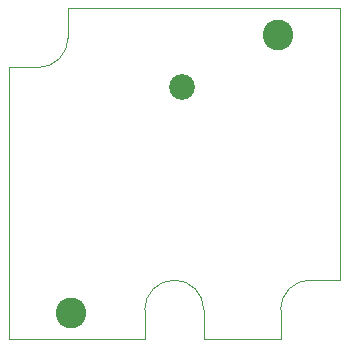
<source format=gbr>
G04 #@! TF.FileFunction,Soldermask,Bot*
%FSLAX46Y46*%
G04 Gerber Fmt 4.6, Leading zero omitted, Abs format (unit mm)*
G04 Created by KiCad (PCBNEW 4.0.7-e2-6376~61~ubuntu18.04.1) date Sat Feb  2 14:08:29 2019*
%MOMM*%
%LPD*%
G01*
G04 APERTURE LIST*
%ADD10C,0.100000*%
%ADD11C,2.178000*%
%ADD12C,2.600000*%
G04 APERTURE END LIST*
D10*
X116500000Y-125500000D02*
X116500000Y-128000000D01*
X111500000Y-125500000D02*
X111500000Y-128000000D01*
X114000000Y-123000000D02*
G75*
G03X111500000Y-125500000I0J-2500000D01*
G01*
X116500000Y-125500000D02*
G75*
G03X114000000Y-123000000I-2500000J0D01*
G01*
X100000000Y-128000000D02*
X111500000Y-128000000D01*
X105000000Y-100000000D02*
X128000000Y-100000000D01*
X128000000Y-123000000D02*
X128000000Y-100000000D01*
X116500000Y-128000000D02*
X123000000Y-128000000D01*
X100000000Y-128000000D02*
X100000000Y-105000000D01*
X100000000Y-105000000D02*
X102500000Y-105000000D01*
X105000000Y-102500000D02*
X105000000Y-100000000D01*
X105000000Y-102500000D02*
G75*
G02X102500000Y-105000000I-2500000J0D01*
G01*
X123000000Y-125500000D02*
G75*
G02X125500000Y-123000000I2500000J0D01*
G01*
X123000000Y-125500000D02*
X123000000Y-128000000D01*
X125500000Y-123000000D02*
X128000000Y-123000000D01*
D11*
X114688000Y-106655000D03*
D12*
X105250000Y-125750000D03*
X122750000Y-102250000D03*
M02*

</source>
